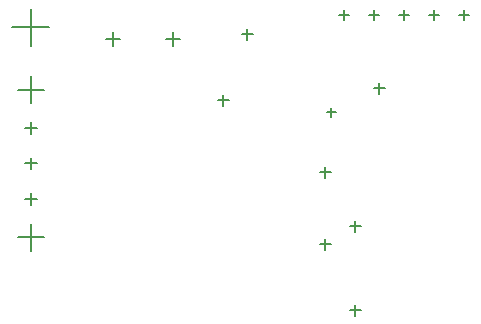
<source format=gbr>
%TF.GenerationSoftware,Altium Limited,Altium Designer,24.0.1 (36)*%
G04 Layer_Color=128*
%FSLAX45Y45*%
%MOMM*%
%TF.SameCoordinates,8CF4B923-E39E-4099-A09F-CB558B098684*%
%TF.FilePolarity,Positive*%
%TF.FileFunction,Drillmap*%
%TF.Part,Single*%
G01*
G75*
%TA.AperFunction,NonConductor*%
%ADD39C,0.12700*%
D39*
X299500Y1796415D02*
X400500D01*
X350000Y1745915D02*
Y1846915D01*
X299500Y1496415D02*
X400500D01*
X350000Y1445915D02*
Y1546915D01*
X299500Y1196415D02*
X400500D01*
X350000Y1145915D02*
Y1246915D01*
X238000Y2121415D02*
X462000D01*
X350000Y2009415D02*
Y2233415D01*
X238000Y871415D02*
X462000D01*
X350000Y759415D02*
Y983415D01*
X3973500Y2750000D02*
X4058500D01*
X4016000Y2707500D02*
Y2792500D01*
X2957500Y2750000D02*
X3042500D01*
X3000000Y2707500D02*
Y2792500D01*
X3211500Y2750000D02*
X3296500D01*
X3254000Y2707500D02*
Y2792500D01*
X3465500Y2750000D02*
X3550500D01*
X3508000Y2707500D02*
Y2792500D01*
X3719500Y2750000D02*
X3804500D01*
X3762000Y2707500D02*
Y2792500D01*
X1496500Y2550000D02*
X1611500D01*
X1554000Y2492500D02*
Y2607500D01*
X988500Y2550000D02*
X1103500D01*
X1046000Y2492500D02*
Y2607500D01*
X192500Y2650000D02*
X507500D01*
X350000Y2492500D02*
Y2807500D01*
X3053800Y254000D02*
X3143800D01*
X3098800Y209000D02*
Y299000D01*
X2799800Y812800D02*
X2889800D01*
X2844800Y767800D02*
Y857800D01*
X2799800Y1422400D02*
X2889800D01*
X2844800Y1377400D02*
Y1467400D01*
X2858100Y1930400D02*
X2933100D01*
X2895600Y1892900D02*
Y1967900D01*
X2139400Y2590800D02*
X2229400D01*
X2184400Y2545800D02*
Y2635800D01*
X1936200Y2032000D02*
X2026200D01*
X1981200Y1987000D02*
Y2077000D01*
X3053800Y965200D02*
X3143800D01*
X3098800Y920200D02*
Y1010200D01*
X3257000Y2133600D02*
X3347000D01*
X3302000Y2088600D02*
Y2178600D01*
%TF.MD5,c625e38ee16ae59b704cb1f9af0bc826*%
M02*

</source>
